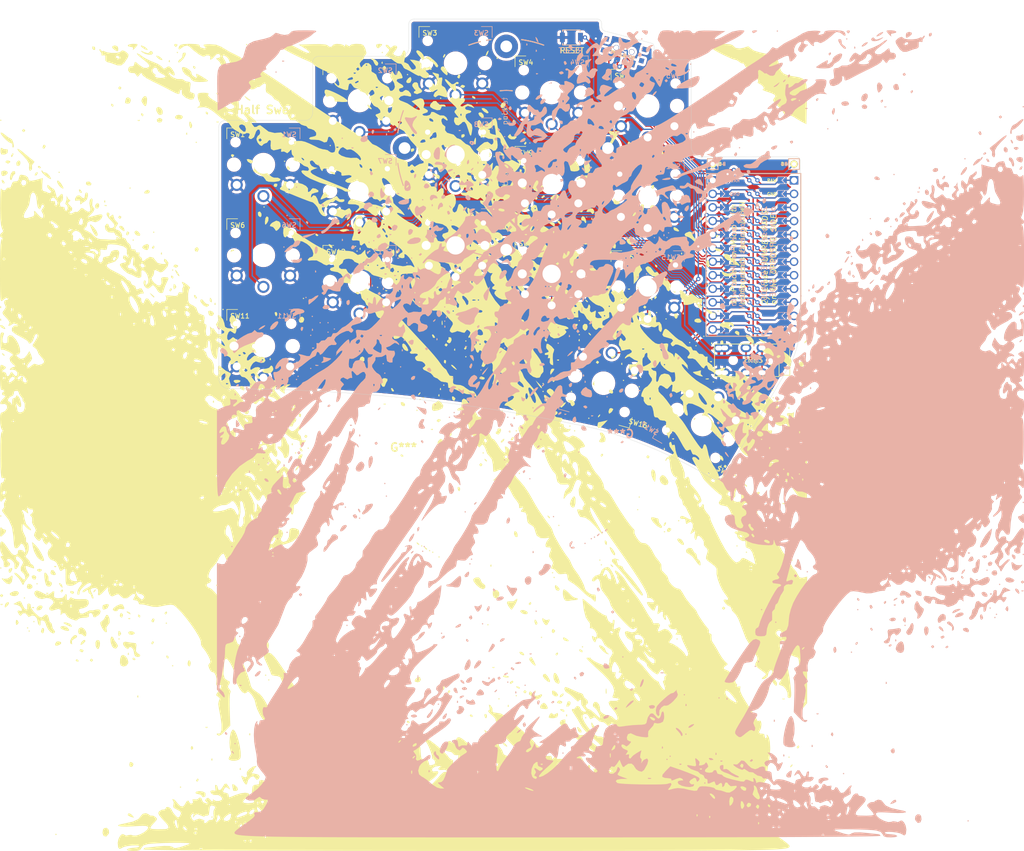
<source format=kicad_pcb>
(kicad_pcb (version 20211014) (generator pcbnew)
  (layers (0 "F.Cu" signal) (31 "B.Cu" signal) (34 "B.Paste" user) (35 "F.Paste" user) (36 "B.SilkS" user "B.Silkscreen") (37 "F.SilkS" user "F.Silkscreen") (38 "B.Mask" user) (39 "F.Mask" user) (44 "Edge.Cuts" user))
  (net 0 "")
  (net 1 "gnd")
  (net 2 "vcc")
  (net 3 "Switch18")
  (net 4 "reset")
  (net 5 "Switch1")
  (net 6 "Switch2")
  (net 7 "Switch3")
  (net 8 "Switch4")
  (net 9 "Switch5")
  (net 10 "Switch6")
  (net 11 "Switch7")
  (net 12 "Switch8")
  (net 13 "Switch9")
  (net 14 "Switch10")
  (net 15 "Switch11")
  (net 16 "Switch12")
  (net 17 "Switch13")
  (net 18 "Switch14")
  (net 19 "Switch15")
  (net 20 "Switch16")
  (net 21 "Switch17")
  (net 22 "raw")
  (net 23 "BT+_r")
  (net 24 "Net-(SW_POWERR1-Pad1)")
  (footprint "kbd:1pin_conn" (layer "F.Cu") (at 126.492 45.974)
    (fp_text reference "B+")
    (fp_text value "MountingHole_Pad" hide)
  )
  (footprint "kbd:1pin_conn" (layer "F.Cu") (at 111.252 45.974)
    (fp_text reference "B-")
    (fp_text value "MountingHole_Pad" hide)
  )
  (footprint "Kailh:TRRS-PJ-DPB2" (layer "F.Cu") (at 123.698 82.75 -90)
    (fp_text reference "J2")
    (fp_text value "AudioJack4dpb" hide)
  )
  (footprint "* duckyb-collection:SW_PG1350_rev_DPB" (layer "F.Cu") (at 27.08 46.08)
    (fp_text reference "SW1" hide)
    (fp_text value "SW_Push" hide)
  )
  (footprint "* duckyb-collection:SW_PG1350_rev_DPB" (layer "F.Cu") (at 45.08 34.08)
    (fp_text reference "SW2" hide)
    (fp_text value "SW_Push" hide)
  )
  (footprint "* duckyb-collection:SW_PG1350_rev_DPB" (layer "F.Cu") (at 63.08 27.08)
    (fp_text reference "SW3" hide)
    (fp_text value "SW_Push" hide)
  )
  (footprint "* duckyb-collection:SW_PG1350_rev_DPB" (layer "F.Cu") (at 81.08 32.58)
    (fp_text reference "SW4" hide)
    (fp_text value "SW_Push" hide)
  )
  (footprint "* duckyb-collection:SW_PG1350_rev_DPB" (layer "F.Cu") (at 99.08 35.08)
    (fp_text reference "SW5" hide)
    (fp_text value "SW_Push" hide)
  )
  (footprint "* duckyb-collection:SW_PG1350_rev_DPB" (layer "F.Cu") (at 27.08 63.08)
    (fp_text reference "SW6" hide)
    (fp_text value "SW_Push" hide)
  )
  (footprint "* duckyb-collection:SW_PG1350_rev_DPB" (layer "F.Cu") (at 45.08 51.054)
    (fp_text reference "SW7" hide)
    (fp_text value "SW_Push" hide)
  )
  (footprint "* duckyb-collection:SW_PG1350_rev_DPB" (layer "F.Cu") (at 63.08 44.196)
    (fp_text reference "SW8" hide)
    (fp_text value "SW_Push" hide)
  )
  (footprint "* duckyb-collection:SW_PG1350_rev_DPB" (layer "F.Cu") (at 81.08 49.53)
    (fp_text reference "SW9" hide)
    (fp_text value "SW_Push" hide)
  )
  (footprint "* duckyb-collection:SW_PG1350_rev_DPB" (layer "F.Cu") (at 99.06 52.07)
    (fp_text reference "SW10" hide)
    (fp_text value "SW_Push" hide)
  )
  (footprint "* duckyb-collection:SW_PG1350_rev_DPB" (layer "F.Cu") (at 27.08 80.08)
    (fp_text reference "SW11" hide)
    (fp_text value "SW_Push" hide)
  )
  (footprint "* duckyb-collection:SW_PG1350_rev_DPB" (layer "F.Cu") (at 45.08 68.072)
    (fp_text reference "SW12" hide)
    (fp_text value "SW_Push" hide)
  )
  (footprint "* duckyb-collection:SW_PG1350_rev_DPB" (layer "F.Cu") (at 63.08 61.214)
    (fp_text reference "SW13" hide)
    (fp_text value "SW_Push" hide)
  )
  (footprint "* duckyb-collection:SW_PG1350_rev_DPB" (layer "F.Cu") (at 81.08 66.548)
    (fp_text reference "SW14" hide)
    (fp_text value "SW_Push" hide)
  )
  (footprint "* duckyb-collection:SW_PG1350_rev_DPB" (layer "F.Cu") (at 99.06 69.088)
    (fp_text reference "SW15" hide)
    (fp_text value "SW_Push" hide)
  )
  (footprint "* duckyb-collection:SW_PG1350_rev_DPB" (layer "F.Cu") (at 109.356 94.78 150)
    (fp_text reference "SW17" hide)
    (fp_text value "SW_Push" hide)
  )
  (footprint "* duckyb-collection:SW_PG1350_rev_DPB" (layer "F.Cu") (at 90.796 87.03 165)
    (fp_text reference "SW16" hide)
    (fp_text value "SW_Push" hide)
  )
  (footprint "* duckyb-collection:ProMicro_jumpers_facedown" (layer "F.Cu") (at 118.872 62.992 -90)
    (fp_text reference "U1" hide)
    (fp_text value "ProMicro-kbd" hide)
  )
  (footprint "kbd:Tenting_Puck2" (layer "F.Cu") (at 72.58 42.98)
    (fp_text reference "REF**")
    (fp_text value "Tenting Puck")
  )
  (footprint "Kailh:SPDT_C128955" (layer "F.Cu") (at 94.6404 24.570573 -15.5)
    (fp_text reference "POWER SW")
    (fp_text value "SW_SPDT")
  )
  (footprint "* duckyb-collection:Tactile-Switch_SMT" (layer "F.Cu") (at 84.7852 22.2504)
    (fp_text reference "RSW2" hide)
    (fp_text value "SW_Push")
  )
  (footprint "Library:squirt" (layer "F.Cu") (at 53.34 99.06)
    (fp_text reference "G***")
    (fp_text value "LOGO" hide)
  )
  (footprint "Library:squirt" (layer "B.Cu") (at 93.98 96.52 180)
    (fp_text reference "G***")
    (fp_text value "LOGO" hide)
  )
  (gr_arc (start 106.5 26.4) (mid 107.011482 26.621386) (end 107.222045 27.137419) (layer "Edge.Cuts") (width 0.05))
  (gr_arc (start 89.409134 95.561946) (mid 100.486488 99.421597) (end 110.938 104.748) (layer "Edge.Cuts") (width 0.05))
  (gr_arc (start 109.257002 44.614917) (mid 107.844534 44.065716) (end 107.222001 42.683999) (layer "Edge.Cuts") (width 0.05))
  (gr_arc (start 113.67 104.149265) (mid 112.428995 105.01898) (end 110.938 104.748) (layer "Edge.Cuts") (width 0.05))
  (gr_arc (start 20.768 88.081119) (mid 55.288442 89.987554) (end 89.409134 95.561946) (layer "Edge.Cuts") (width 0.05))
  (gr_arc (start 20.768 88.081119) (mid 19.399387 87.590691) (end 18.730254 86.3) (layer "Edge.Cuts") (width 0.05))
  (gr_line (start 127.635 45.3) (end 127.635 62.484) (layer "Edge.Cuts") (width 0.05))
  (gr_line (start 107.222001 42.683999) (end 107.222045 27.137419) (layer "Edge.Cuts") (width 0.05))
  (gr_line (start 109.257002 44.614917) (end 126.96 44.612) (layer "Edge.Cuts") (width 0.05))
  (gr_line (start 125.888304 83.312) (end 113.67 104.149265) (layer "Edge.Cuts") (width 0.05))
  (gr_arc (start 127.635 75.98785) (mid 127.177913 79.749197) (end 125.888304 83.312) (layer "Edge.Cuts") (width 0.05))
  (gr_line (start 127.635 62.484) (end 127.647 69.85) (layer "Edge.Cuts") (width 0.05))
  (gr_line (start 127.647 69.85) (end 127.635 75.98785) (layer "Edge.Cuts") (width 0.05))
  (gr_arc (start 54.3 19.8) (mid 54.592893 19.092893) (end 55.3 18.8) (layer "Edge.Cuts") (width 0.05))
  (gr_line (start 55.3 18.8) (end 89.634315 18.8) (layer "Edge.Cuts") (width 0.05))
  (gr_arc (start 89.634315 18.8) (mid 90.2 19.034315) (end 90.434315 19.6) (layer "Edge.Cuts") (width 0.05))
  (gr_line (start 90.434315 19.6) (end 90.5 20.450001) (layer "Edge.Cuts") (width 0.05))
  (gr_arc (start 54.3 24.2) (mid 53.834903 25.327841) (end 52.71 25.8) (layer "Edge.Cuts") (width 0.05))
  (gr_line (start 54.3 24.2) (end 54.3 19.8) (layer "Edge.Cuts") (width 0.05))
  (gr_line (start 91 21.05) (end 99.868224 23.35) (layer "Edge.Cuts") (width 0.05))
  (gr_arc (start 91 21.05) (mid 90.664666 20.821117) (end 90.5 20.450001) (layer "Edge.Cuts") (width 0.05))
  (gr_arc (start 36.3 36.4) (mid 35.889949 37.389949) (end 34.9 37.8) (layer "Edge.Cuts") (width 0.05))
  (gr_arc (start 126.96 44.612) (mid 127.442592 44.813649) (end 127.635 45.3) (layer "Edge.Cuts") (width 0.05))
  (gr_line (start 20 37.790055) (end 34.9 37.8) (layer "Edge.Cuts") (width 0.05))
  (gr_arc (start 18.690055 39.11) (mid 19.070186 38.177268) (end 20 37.790055) (layer "Edge.Cuts") (width 0.05))
  (gr_line (start 18.730254 86.3) (end 18.690055 39.11) (layer "Edge.Cuts") (width 0.05))
  (gr_line (start 37.4 25.8) (end 52.71 25.8) (layer "Edge.Cuts") (width 0.05))
  (gr_line (start 100.268224 23.95) (end 100.3 25.8) (layer "Edge.Cuts") (width 0.05))
  (gr_line (start 100.9 26.4) (end 106.5 26.4) (layer "Edge.Cuts") (width 0.05))
  (gr_arc (start 100.9 26.4) (mid 100.460436 26.239573) (end 100.3 25.8) (layer "Edge.Cuts") (width 0.05))
  (gr_arc (start 99.868224 23.35) (mid 100.170767 23.581631) (end 100.268224 23.95) (layer "Edge.Cuts") (width 0.05))
  (gr_line (start 36.3 36.4) (end 36.3 26.9) (layer "Edge.Cuts") (width 0.05))
  (gr_arc (start 36.3 26.9) (mid 36.622183 26.122183) (end 37.4 25.8) (layer "Edge.Cuts") (width 0.05))
  (gr_text "RAW" (at 116.40097 49.0728) (layer "B.SilkS") (effects (font (size 0.6 0.6) (thickness 0.12)) (justify left mirror)))
  (gr_text "B-" (at 113.03 45.974) (layer "B.SilkS") (effects (font (size 0.6 0.6)) (justify mirror)))
  (gr_text "2) Close JUMPER PADS\non the OPPOSITE SIDE" (at 121.7168 53.7464 90) (layer "B.SilkS") (effects (font (size 1 1) (thickness 0.15) italic) (justify left mirror)))
  (gr_text "GND" (at 116.40097 51.6128) (layer "B.SilkS") (effects (font (size 0.6 0.6) (thickness 0.12)) (justify left mirror)))
  (gr_text "1) Place Pro-Micro with\ncomponents facing DOWN" (at 115.9764 53.7464 90) (layer "B.SilkS") (effects (font (size 1 1) (thickness 0.15) italic) (justify left mirror)))
  (gr_text "B+" (at 124.587 45.974) (layer "B.SilkS") (effects (font (size 0.6 0.6)) (justify mirror)))
  (gr_text "1) Place Pro-Micro with\ncomponents facing DOWN" (at 115.9764 72.4408 90) (layer "F.SilkS") (effects (font (size 1 1) (thickness 0.15) italic) (justify left)))
  (gr_text "Half Swept" (at 27.94 35.814) (layer "F.SilkS") (effects (font (size 1.5 1.5) (thickness 0.3))))
  (gr_text "GND" (at 121.3612 51.6128) (layer "F.SilkS") (effects (font (size 0.6 0.6) (thickness 0.12)) (justify left)))
  (gr_text "2) Close JUMPER PADS\non the OPPOSITE SIDE" (at 121.8692 72.4408 90) (layer "F.SilkS") (effects (font (size 1 1) (thickness 0.15) italic) (justify left)))
  (gr_text "TRRS" (at 118.872 82.677) (layer "F.SilkS") (effects (font (size 1 1))))
  (gr_text "RAW" (at 121.3612 49.0728) (layer "F.SilkS") (effects (font (size 0.6 0.6) (thickness 0.12)) (justify left)))
  (segment (start 114.046 53.3908) (end 115.1636 52.2732) (width 0.25) (layer "F.Cu") (net 1))
  (segment (start 118.11 56.642) (end 118.11 54.102) (width 0.25) (layer "F.Cu") (net 1))
  (segment (start 114.046 54.102) (end 114.046 53.3908) (width 0.25) (layer "F.Cu") (net 1))
  (via (at 115.1636 52.2732) (size 0.8) (drill 0.4) (layers "F.Cu" "B.Cu") (net 1))
  (via (at 109.3724 45.6692) (size 0.8) (drill 0.4) (layers "F.Cu" "B.Cu") (net 1))
  (via (at 89.3572 22.4536) (size 0.8) (drill 0.4) (layers "F.Cu" "B.Cu") (net 1))
  (segment (start 112.630511 50.146511) (end 110.661711 50.146511) (width 0.25) (layer "B.Cu") (net 1))
  (segment (start 110.127489 47.098511) (end 111.252 45.974) (width 0.25) (layer "B.Cu") (net 1))
  (segment (start 114.7572 52.2732) (end 114.046 51.562) (width 0.25) (layer "B.Cu") (net 1))
  (segment (start 110.661711 50.146511) (end 110.127489 49.612289) (width 0.25) (layer "B.Cu") (net 1))
  (segment (start 114.046 51.562) (end 112.630511 50.146511) (width 0.25) (layer "B.Cu") (net 1))
  (segment (start 115.1636 52.2732) (end 114.7572 52.2732) (width 0.25) (layer "B.Cu") (net 1))
  (segment (start 110.127489 49.612289) (end 110.127489 47.098511) (width 0.25) (layer "B.Cu") (net 1))
  (segment (start 120.498 85.05) (end 120.498 80.44) (width 0.25) (layer "F.Cu") (net 2))
  (segment (start 108.5596 57.0992) (end 108.5596 61.4172) (width 0.25) (layer "F.Cu") (net 2))
  (segment (start 106.0196 70.0024) (end 106.0704 70.0024) (width 0.25) (layer "F.Cu") (net 2))
  (segment (start 106.0704 70.0024) (end 108.5596 67.5132) (width 0.25) (layer "F.Cu") (net 2))
  (segment (start 120.498 80.44) (end 120.478 80.42) (width 0.25) (layer "F.Cu") (net 2))
  (segment (start 110.1344 55.5244) (end 108.5596 57.0992) (width 0.25) (layer "F.Cu") (net 2))
  (via (at 106.0196 70.0024) (size 0.8) (drill 0.4) (layers "F.Cu" "B.Cu") (net 2))
  (via (at 110.1344 55.5244) (size 0.8) (drill 0.4) (layers "F.Cu" "B.Cu") (net 2))
  (via (at 108.5596 67.5132) (size 0.8) (drill 0.4) (layers "F.Cu" "B.Cu") (net 2))
  (via (at 108.5596 61.4172) (size 0.8) (drill 0.4) (layers "F.Cu" "B.Cu") (net 2))
  (segment (start 108.5596 67.5132) (end 108.5596 61.4172) (width 0.25) (layer "B.Cu") (net 2))
  (segment (start 111.6584 81.8388) (end 119.0592 81.8388) (width 0.25) (layer "B.Cu") (net 2))
  (segment (start 110.141311 55.517489) (end 112.921489 55.517489) (width 0.25) (layer "B.Cu") (net 2))
  (segment (start 112.921489 55.517489) (end 114.046 56.642) (width 0.25) (layer "B.Cu") (net 2))
  (segment (start 119.0592 81.8388) (end 120.478 80.42) (width 0.25) (layer "B.Cu") (net 2))
  (segment (start 106.0196 70.0024) (end 106.0196 76.2) (width 0.25) (layer "B.Cu") (net 2))
  (segment (start 110.1344 55.5244) (end 110.141311 55.517489) (width 0.25) (layer "B.Cu") (net 2))
  (segment (start 106.0196 76.2) (end 111.6584 81.8388) (width 0.25) (layer "B.Cu") (net 2))
  (segment (start 118.11 51.562) (end 118.834511 52.286511) (width 0.25) (layer "F.Cu") (net 3))
  (segment (start 118.834511 52.286511) (end 118.834511 79.063489) (width 0.25) (layer "F.Cu") (net 3))
  (segment (start 117.498 80.44) (end 117.478 80.42) (width 0.25) (layer "F.Cu") (net 3))
  (segment (start 118.834511 79.063489) (end 117.478 80.42) (width 0.25) (layer "F.Cu") (net 3))
  (segment (start 117.498 85.05) (end 117.498 80.44) (width 0.25) (layer "F.Cu") (net 3))
  (segment (start 87.3252 22.2504) (end 86.4852 22.2504) (width 0.25) (layer "F.Cu") (net 4))
  (via (at 87.3252 22.2504) (size 0.8) (drill 0.4) (layers "F.Cu" "B.Cu") (net 4))
  (segment (start 86.4852 22.2504) (end 87.3252 22.2504) (width 0.25) (layer "B.Cu") (net 4))
  (segment (start 87.3252 22.2504) (end 88.9508 23.876) (width 0.25) (layer "B.Cu") (net 4))
  (segment (start 88.9508 33.217792) (end 93.020208 37.2872) (width 0.25) (layer "B.Cu") (net 4))
  (segment (start 88.9508 23.876) (end 88.9508 33.217792) (width 0.25) (layer "B.Cu") (net 4))
  (segment (start 96.172452 37.2872) (end 98.356852 39.4716) (width 0.25) (layer "B.Cu") (net 4))
  (segment (start 109.54488 52.03928) (end 110.3376 52.832) (width 0.25) (layer "B.Cu") (net 4))
  (segment (start 93.020208 37.2872) (end 96.172452 37.2872) (width 0.25) (layer "B.Cu") (net 4))
  (segment (start 109.54488 47.593566) (end 109.54488 52.03928) (width 0.25) (layer "B.Cu") (net 4))
  (segment (start 98.356852 39.4716) (end 101.422914 39.4716) (width 0.25) (layer "B.Cu") (net 4))
  (segment (start 101.422914 39.4716) (end 109.54488 47.593566) (width 0.25) (layer "B.Cu") (net 4))
  (segment (start 110.3376 52.832) (end 112.776 52.832) (width 0.25) (layer "B.Cu") (net 4))
  (segment (start 112.776 52.832) (end 114.046 54.102) (width 0.25) (layer "B.Cu") (net 4))
  (segment (start 108.6104 72.0344) (end 109.6772 73.1012) (width 0.25) (layer "F.Cu") (net 5))
  (segment (start 112.8268 73.1012) (end 114.046 71.882) (width 0.25) (layer "F.Cu") (net 5))
  (segment (start 109.6772 73.1012) (end 112.8268 73.1012) (width 0.25) (layer "F.Cu") (net 5))
  (via (at 108.6104 72.0344) (size 0.8) (drill 0.4) (layers "F.Cu" "B.Cu") (net 5))
  (segment (start 108.6104 71.299954) (end 104.925246 67.6148) (width 0.25) (layer "B.Cu") (net 5))
  (segment (start 60.653557 52.14856) (end 55.398597 57.40352) (width 0.25) (layer "B.Cu") (net 5))
  (segment (start 49.32728 57.40352) (end 48.321289 58.409511) (width 0.25) (layer "B.Cu") (net 5))
  (segment (start 103.2256 67.6148) (end 94.742 59.1312) (width 0.25) (layer "B.Cu") (net 5))
  (segment (start 81.9912 56.9976) (end 77.4192 56.9976) (width 0.25) (layer "B.Cu") (net 5))
  (segment (start 83.10928 55.87952) (end 81.9912 56.9976) (width 0.25) (layer "B.Cu") (net 5))
  (segment (start 72.57016 52.14856) (end 60.653557 52.14856) (width 0.25) (layer "B.Cu") (net 5))
  (segment (start 48.321289 58.409511) (end 33.509511 58.409511) (width 0.25) (layer "B.Cu") (net 5))
  (segment (start 108.6104 72.0344) (end 108.6104 71.299954) (width 0.25) (layer "B.Cu") (net 5))
  (segment (start 94.742 59.1312) (end 92.6084 59.1312) (width 0.25) (layer "B.Cu") (net 5))
  (segment (start 55.398597 57.40352) (end 49.32728 57.40352) (width 0.25) (layer "B.Cu") (net 5))
  (segment (start 92.6084 59.1312) (end 89.35672 55.87952) (width 0.25) (layer "B.Cu") (net 5))
  (segment (start 77.4192 56.9976) (end 72.57016 52.14856) (width 0.25) (layer "B.Cu") (net 5))
  (segment (start 33.509511 58.409511) (end 27.08 51.98) (width 0.25) (layer "B.Cu") (net 5))
  (segment (start 89.35672 55.87952) (end 83.10928 55.87952) (width 0.25) (layer "B.Cu") (net 5))
  (segment (start 104.925246 67.6148) (end 103.2256 67.6148) (width 0.25) (layer "B.Cu") (net 5))
  (segment (start 108.62576 60.316396) (end 109.48168 61.172316) (width 0.25) (layer "B.Cu") (net 6))
  (segment (start 108.62576 58.869314) (end 108.62576 60.316396) (width 0.25) (layer "B.Cu") (net 6))
  (segment (start 95.276118 43.5864) (end 102.994846 43.5864) (width 0.25) (layer "B.Cu") (net 6))
  (segment (start 85.69192 41.29272) (end 90.36552 45.96632) (width 0.25) (layer "B.Cu") (net 6))
  (segment (start 110.0328 64.8716) (end 110.838689 65.677489) (width 0.25) (layer "B.Cu") (net 6))
  (segment (start 110.838689 65.677489) (end 112.921489 65.677489) (width 0.25) (layer "B.Cu") (net 6))
  (segment (start 109.48168 62.177698) (end 110.0328 62.728818) (width 0.25) (layer "B.Cu") (net 6))
  (segment (start 90.36552 45.96632) (end 92.896198 45.96632) (width 0.25) (layer "B.Cu") (net 6))
  (segment (start 70.941483 34.544) (end 77.690203 41.29272) (width 0.25) (layer "B.Cu") (net 6))
  (segment (start 110.0328 62.728818) (end 110.0328 64.8716) (width 0.25) (layer "B.Cu") (net 6))
  (segment (start 102.994846 43.5864) (end 107.7468 48.338354) (width 0.25) (layer "B.Cu") (net 6))
  (segment (start 45.08 39.98) (end 51.2568 39.98) (width 0.25) (layer "B.Cu") (net 6))
  (segment (start 109.48168 61.172316) (end 109.48168 62.177698) (width 0.25) (layer "B.Cu") (net 6))
  (segment (start 51.2568 39.98) (end 56.6928 34.544) (width 0.25) (layer "B.Cu") (net 6))
  (segment (start 112.921489 65.677489) (end 114.046 66.802) (width 0.25) (layer "B.Cu") (net 6))
  (segment (start 107.7468 57.990354) (end 108.62576 58.869314) (width 0.25) (layer "B.Cu") (net 6))
  (segment (start 92.896198 45.96632) (end 95.276118 43.5864) (width 0.25) (layer "B.Cu") (net 6))
  (segment (start 56.6928 34.544) (end 70.941483 34.544) (width 0.25) (layer "B.Cu") (net 6))
  (segment (start 107.7468 48.338354) (end 107.7468 57.990354) (width 0.25) (layer "B.Cu") (net 6))
  (segment (start 77.690203 41.29272) (end 85.69192 41.29272) (width 0.25) (layer "B.Cu") (net 6))
  (segment (start 103.181044 43.13688) (end 108.19632 48.152156) (width 0.25) (layer "B.Cu") (net 7))
  (segment (start 92.71 45.5168) (end 95.089921 43.13688) (width 0.25) (layer "B.Cu") (net 7))
  (segment (start 63.08 32.98) (end 70.0132 32.98) (width 0.25) (layer "B.Cu") (net 7))
  (segment (start 95.089921 43.13688) (end 103.181044 43.13688) (width 0.25) (layer "B.Cu") (net 7))
  (segment (start 109.9312 61.9915) (end 111.077189 63.137489) (width 0.25) (layer "B.Cu") (net 7))
  (segment (start 112.921489 63.137489) (end 114.046 64.262) (width 0.25) (layer "B.Cu") (net 7))
  (segment (start 90.596601 45.5168) (end 92.71 45.5168) (width 0.25) (layer "B.Cu") (net 7))
  (segment (start 85.923001 40.8432) (end 90.596601 45.5168) (width 0.25) (layer "B.Cu") (net 7))
  (segment (start 108.19632 57.804156) (end 109.07528 58.683116) (width 0.25) (layer "B.Cu") (net 7))
  (segment (start 109.9312 60.986118) (end 109.9312 61.9915) (width 0.25) (layer "B.Cu") (net 7))
  (segment (start 70.0132 32.98) (end 77.8764 40.8432) (width 0.25) (layer "B.Cu") (net 7))
  (segment (start 108.19632 48.152156) (end 108.19632 57.804156) (width 0.25) (layer "B.Cu") (net 7))
  (segment (start 109.07528 58.683116) (end 109.07528 60.130198) (width 0.25) (layer "B.Cu") (net 7))
  (segment (start 77.8764 40.8432) (end 85.923001 40.8432) (width 0.25) (layer "B.Cu") (net 7))
  (segment (start 109.07528 60.130198) (end 109.9312 60.986118) (width 0.25) (layer "B.Cu") (net 7))
  (segment (start 111.077189 63.137489) (end 112.921489 63.137489) (width 0.25) (layer "B.Cu") (net 7))
  (segment (start 109.5248 58.496918) (end 109.5248 59.944) (width 0.25) (layer "B.Cu") (net 8))
  (segment (start 108.64584 47.965958) (end 108.64584 57.617958) (width 0.25) (layer "B.Cu") (net 8))
  (segment (start 108.64584 57.617958) (end 109.5248 58.496918) (width 0.25) (layer "B.Cu") (net 8))
  (segment (start 110.178289 60.597489) (end 112.921489 60.597489) (width 0.25) (layer "B.Cu") (net 8))
  (segment (start 109.5248 59.944) (end 110.178289 60.597489) (width 0.25) (layer "B.Cu") (net 8))
  (segment (start 103.367242 42.68736) (end 108.64584 47.965958) (width 0.25) (layer "B.Cu") (net 8))
  (segment (start 95.51936 42.68736) (end 103.367242 42.68736) (width 0.25) (layer "B.Cu") (net 8))
  (segment (start 81.08 38.48) (end 82.986 40.386) (width 0.25) (layer "B.Cu") (net 8))
  (segment (start 82.986 40.386) (end 93.218 40.386) (width 0.25) (layer "B.Cu") (net 8))
  (segment (start 93.218 40.386) (end 95.51936 42.68736) (width 0.25) (layer "B.Cu") (net 8))
  (segment (start 112.921489 60.597489) (end 114.046 61.722) (width 0.25) (layer "B.Cu") (net 8))
  (segment (start 102.2956 40.98) (end 109.09536 47.779763) (width 0.25) (layer "B.Cu") (net 9))
  (segment (start 109.728 58.0644) (end 110.7793 58.0644) (width 0.25) (layer "B.Cu") (net 9))
  (segment (start 110.7793 58.0644) (end 110.786211 58.057489) (width 0.25) (layer "B.Cu") (net 9))
  (segment (start 110.786211 58.057489) (end 112.921489 58.057489) (width 0.25) (layer "B.Cu") (net 9))
  (segment (start 109.09536 57.43176) (end 109.728 58.0644) (width 0.25) (layer "B.Cu") (net 9))
  (segment (start 99.08 40.98) (end 102.2956 40.98) (width 0.25) (layer "B.Cu") (net 9))
  (segment (start 112.921489 58.057489) (end 114.046 59.182) (width 0.25) (layer "B.Cu") (net 9))
  (segment (start 109.09536 47.779763) (end 109.09536 57.43176) (width 0.25) (layer "B.Cu") (net 9))
  (segment (start 103.970392 65.81672) (end 105.670037 65.81672) (width 0.25) (layer "B.Cu") (net 10))
  (segment (start 105.933359 66.080043) (end 109.093716 69.2404) (width 0.25) (layer "B.Cu") (net 10))
  (segment (start 109.093716 69.2404) (end 109.7633 69.2404) (width 0.25) (layer "B.Cu") (net 10))
  (segment (start 24.990979 66.890979) (end 24.990979 51.767821) (width 0.25) (layer "B.Cu") (net 10))
  (segment (start 66.9036 50.8) (end 77.9272 50.8) (width 0.25) (layer "B.Cu") (net 10))
  (segment (start 41.926209 57.844991) (end 44.3992 55.372) (width 0.25) (layer "B.Cu") (net 10))
  (segment (start 87.373843 51.353772) (end 93.353192 57.33312) (width 0.25) (layer "B.Cu") (net 10))
  (segment (start 105.670037 65.81672) (end 105.933359 66.080043) (width 0.25) (layer "B.Cu") (net 10))
  (segment (start 78.85696 51.72976) (end 83.80464 51.72976) (width 0.25) (layer "B.Cu") (net 10))
  (segment (start 110.786211 68.217489) (end 112.921489 68.217489) (width 0.25) (layer "B.Cu") (net 10))
  (segment (start 95.486792 57.33312) (end 103.970392 65.81672) (width 0.25) (layer "B.Cu") (net 10))
  (segment (start 55.026202 56.50448) (end 60.4012 51.129482) (width 0.25) (layer "B.Cu") (net 10))
  (segment (start 64.1096 48.006) (end 66.9036 50.8) (width 0.25) (layer "B.Cu") (net 10))
  (segment (start 84.443951 51.090449) (end 87.110521 51.090449) (width 0.25) (layer "B.Cu") (net 10))
  (segment (start 48.4124 55.372) (end 49.54488 56.50448) (width 0.25) (layer "B.Cu") (net 10))
  (segment (start 109.7633 69.2404) (end 110.786211 68.217489) (width 0.25) (layer "B.Cu") (net 10))
  (segment (start 61.976 48.006) (end 64.1096 48.006) (width 0.25) (layer "B.Cu") (net 10))
  (segment (start 87.110521 51.090449) (end 87.373843 51.353772) (width 0.25) (layer "B.Cu") (net 10))
  (segment (start 60.4012 49.5808) (end 61.976 48.006) (width 0.25) (layer "B.Cu") (net 10))
  (segment (start 28.2956 50.4444) (end 35.696191 57.844991) (width 0.25) (layer "B.Cu") (net 10))
  (segment (start 93.353192 57.33312) (end 95.486792 57.33312) (width 0.25) (layer "B.Cu") (net 10))
  (segment (start 83.80464 51.72976) (end 84.443951 51.090449) (width 0.25) (layer "B.Cu") (net 10))
  (segment (start 49.54488 56.50448) (end 55.026202 56.50448) (width 0.25) (layer "B.Cu") (net 10))
  (segment (start 27.08 68.98) (end 24.990979 66.890979) (width 0.25) (layer "B.Cu") (net 10))
  (segment (start 35.696191 57.844991) (end 41.926209 57.844991) (width 0.25) (layer "B.Cu") (net 10))
  (segment (start 77.9272 50.8) (end 78.85696 51.72976) (width 0.25) (layer "B.Cu") (net 10))
  (segment (start 26.3144 50.4444) (end 28.2956 50.4444) (width 0.25) (layer "B.Cu") (net 10))
  (segment (start 24.990979 51.767821) (end 26.3144 50.4444) (width 0.25) (layer "B.Cu") (net 10))
  (segment (start 44.3992 55.372) (end 48.4124 55.372) (width 0.25) (layer "B.Cu") (net 10))
  (segment (start 60.4012 51.129482) (end 60.4012 49.5808) (width 0.25) (layer "B.Cu") (net 10))
  (segment (start 112.921489 68.217489) (end 114.046 69.342) (width 0.25) (layer "B.Cu") (net 10))
  (segment (start 103.784194 66.26624) (end 105.483839 66.26624) (width 0.25) (layer "B.Cu") (net 11))
  (segment (start 86.924323 51.539969) (end 93.166994 57.78264) (width 0.25) (layer "B.Cu") (net 11))
  (segment (start 93.166994 57.78264) (end 95.300594 57.78264) (width 0.25) (layer "B.Cu") (net 11))
  (segment (start 95.300594 57.78264) (end 103.784194 66.26624) (width 0.25) (layer "B.Cu") (net 11))
  (segment (start 109.975089 70.757489) (end 112.921489 70.757489) (width 0.25) (layer "B.Cu") (net 11))
  (segment (start 112.921489 70.757489) (end 114.046 71.882) (width 0.25) (layer "B.Cu") (net 11))
  (segment (start 60.85072 49.84248) (end 62.23768 48.45552) (width 0.25) (layer "B.Cu") (net 11))
  (segment (start 48.378602 55.97392) (end 49.358683 56.954) (width 0.25) (layer "B.Cu") (net 11))
  (segment (start 46.06008 55.97392) (end 48.378602 55.97392) (width 0.25) (layer "B.Cu") (net 11))
  (segment (start 62.23768 48.45552) (end 63.923403 48.45552) (width 0.25) (layer "B.Cu") (net 11))
  (segment (start 60.85072 51.315679) (end 60.85072 49.84248) (width 0.25) (layer "B.Cu") (net 11))
  (segment (start 45.08 56.954) (end 46.06008 55.97392) (width 0.25) (layer "B.Cu") (net 11))
  (segment (start 66.717403 51.24952) (end 77.741002 51.24952) (width 0.25) (layer "B.Cu") (net 11))
  (segment (start 84.630149 51.539969) (end 86.924323 51.539969) (width 0.25) (layer "B.Cu") (net 11))
  (segment (start 78.670762 52.17928) (end 83.990838 52.17928) (width 0.25) (layer "B.Cu") (net 11))
  (segment (start 105.483839 66.26624) (end 109.975089 70.757489) (width 0.25) (layer "B.Cu") (net 11))
  (segment (start 63.923403 48.45552) (end 66.717403 51.24952) (width 0.25) (layer "B.Cu") (net 11))
  (segment (start 55.2124 56.954) (end 60.85072 51.315679) (width 0.25) (layer "B.Cu") (net 11))
  (segment (start 49.358683 56.954) (end 55.2124 56.954) (width 0.25) (layer "B.Cu") (net 11))
  (segment (start 77.741002 51.24952) (end 78.670762 52.17928) (width 0.25) (layer "B.Cu") (net 11))
  (segment (start 83.990838 52.17928) (end 84.630149 51.539969) (width 0.25) (layer "B.Cu") (net 11))
  (segment (start 84.582 54.9656) (end 89.714236 54.9656) (width 0.25) (layer "B.Cu") (net 12))
  (segment (start 109.82192 71.240039) (end 109.82192 72.53472) (width 0.25) (layer "B.Cu") (net 12))
  (segment (start 64.928165 50.096) (end 66.531206 51.69904) (width 0.25) (layer "B.Cu") (net 12))
  (segment (start 109.82192 72.53472) (end 110.4392 73.152) (width 0.25) (layer "B.Cu") (net 12))
  (segment (start 89.714236 54.9656) (end 92.980796 58.23216) (width 0.25) (layer "B.Cu") (net 12))
  (segment (start 63.08 50.096) (end 64.928165 50.096) (width 0.25) (layer "B.Cu") (net 12))
  (segment (start 103.597996 66.71576) (end 105.297641 66.71576) (width 0.25) (layer "B.Cu") (net 12))
  (segment (start 95.114396 58.23216) (end 103.597996 66.71576) (width 0.25) (layer "B.Cu") (net 12))
  (segment (start 82.2452 52.6288) (end 84.582 54.9656) (width 0.25) (layer "B.Cu") (net 12))
  (segment (start 66.531206 51.69904) (end 77.554804 51.69904) (width 0.25) (layer "B.Cu") (net 12))
  (segment (start 92.980796 58.23216) (end 95.114396 58.23216) (width 0.25) (layer "B.Cu") (net 12))
  (segment (start 112.776 73.152) (end 114.046 74.422) (width 0.25) (layer "B.Cu") (net 12))
  (segment (start 78.484565 52.6288) (end 82.2452 52.6288) (width 0.25) (layer "B.Cu") (net 12))
  (segment (start 110.4392 73.152) (end 112.776 73.152) (width 0.25) (layer "B.Cu") (net 12))
  (segment (start 105.297641 66.71576) (end 109.82192 71.240039) (width 0.25) (layer "B.Cu") (net 12))
  (segment (start 77.554804 51.69904) (end 78.484565 52.6288) (width 0.25) (layer "B.Cu") (net 12))
  (segment (start 112.776 75.692) (end 114.046 76.962) (width 0.25) (layer "B.Cu") (net 13))
  (segment (start 105.111444 67.16528) (end 109.3724 71.426236) (width 0.25) (layer "B.Cu") (net 13))
  (segment (start 110.744 75.692) (end 112.776 75.692) (width 0.25) (layer "B.Cu") (net 13))
  (segment (start 103.411798 67.16528) (end 105.111444 67.16528) (width 0.25) (layer "B.Cu") (net 13))
  (segment (start 81.08 55.43) (end 89.542918 55.43) (width 0.25) (layer "B.Cu") (net 13))
  (segment (start 89.542918 55.43) (end 92.794598 58.68168) (width 0.25) (layer "B.Cu") (net 13))
  (segment (start 109.3724 71.426236) (end 109.3724 74.3204) (width 0.25) (layer "B.Cu") (net 13))
  (segment (start 94.928198 58.68168) (end 103.411798 67.16528) (width 0.25) (layer "B.Cu") (net 13))
  (segment (start 109.3724 74.3204) (end 110.744 75.692) (width 0.25) (layer "B.Cu") (net 13))
  (segment (start 92.794598 58.68168) (end 94.928198 58.68168) (width 0.25) (layer "B.Cu") (net 13))
  (segment (start 112.921489 50.146511) (end 114.046 49.022) (width 0.25) (layer "F.Cu") (net 14))
  (segment (start 110.127489 51.060911) (end 111.041889 50.146511) (width 0.25) (layer "F.Cu") (net 14))
  (segment (start 104.1328 57.97) (end 110.127489 51.975311) (width 0.25) (layer "F.Cu") (net 14))
  (segment (start 111.041889 50.146511) (end 112.921489 50.146511) (width 0.25) (layer "F.Cu") (net 14))
  (segment (start 110.127489 51.975311) (end 110.127489 51.060911) (width 0.25) (layer "F.Cu") (net 14))
  (segment (start 99.06 57.97) (end 104.1328 57.97) (width 0.25) (layer "F.Cu") (net 14))
  (segment (start 106.257265 60.306511) (end 109.255234 63.30448) (width 0.25) (layer "F.Cu") (net 15))
  (segment (start 30.6324 74.676) (end 41.360819 63.947581) (width 0.25) (layer "F.Cu") (net 15))
  (segment (start 112.630511 60.597489) (end 114.046 59.182) (width 0.25) (layer "F.Cu") (net 15))
  (segment (start 27.08 85.0864) (end 30.6324 81.534) (width 0.25) (layer "F.Cu") (net 15))
  (segment (start 41.360819 63.947581) (end 46.719501 63.947581) (width 0.25) (layer "F.Cu") (net 15))
  (segment (start 110.0836 61.3001) (end 110.786211 60.597489) (width 0.25) (layer "F.Cu") (net 15))
  (segment (start 91.088481 60.306511) (end 106.257265 60.306511) (width 0.25) (layer "F.Cu") (net 15))
  (segment (start 109.255234 63.30448) (end 109.592602 63.30448) (width 0.25) (layer "F.Cu") (net 15))
  (segment (start 109.592602 63.30448) (end 110.0836 62.813482) (width 0.25) (layer "F.Cu") (net 15))
  (segment (start 46.719501 63.947581) (end 52.247082 58.42) (width 0.25) (layer "F.Cu") (net 15))
  (segment (start 30.6324 81.534) (end 30.6324 74.676) (width 0.25) (layer "F.Cu") (net 15))
  (segment (start 110.786211 60.597489) (end 112.630511 60.597489) (width 0.25) (layer "F.Cu") (net 15))
  (segment (start 52.247082 58.42) (end 89.20197 58.42) (width 0.25) (layer "F.Cu") (net 15))
  (segment (start 27.08 85.98) (end 27.08 85.0864) (width 0.25) (layer "F.Cu") (net 15))
  (segment (start 89.20197 58.42) (end 91.088481 60.306511) (width 0.25) (layer "F.Cu") (net 15))
  (segment (start 110.0836 62.813482) (end 110.0836 61.3001) (width 0.25) (layer "F.Cu") (net 15))
  (segment (start 112.630511 63.137489) (end 114.046 61.722) (width 0.25) (layer "F.Cu") (net 16))
  (segment (start 47.1424 71.9096) (end 47.1424 70.161021) (width 0.25) (layer "F.Cu") (net 16))
  (segment (start 52.43328 58.86952) (end 89.015773 58.86952) (width 0.25) (layer "F.Cu") (net 16))
  (segment (start 47.169021 70.161021) (end 47.169021 64.133779) (width 0.25) (layer "F.Cu") (net 16))
  (segment (start 109.7788 63.754) (end 110.395311 63.137489) (width 0.25) (layer "F.Cu") (net 16))
  (segment (start 47.1424 70.161021) (end 47.169021 70.161021) (width 0.25) (layer "F.Cu") (net 16))
  (segment (start 110.395311 63.137489) (end 112.630511 63.137489) (width 0.25) (layer "F.Cu") (net 16))
  (segment (start 47.169021 64.133779) (end 52.43328 58.86952) (width 0.25) (layer "F.Cu") (net 16))
  (segment (start 90.902284 60.756031) (end 106.071067 60.756031) (width 0.25) (layer "F.Cu") (net 16))
  (segment (start 45.08 73.972) (end 47.1424 71.9096) (width 0.25) (layer "F.Cu") (net 16))
  (segment (start 106.071067 60.756031) (end 109.069036 63.754) (width 0.25) (layer "F.Cu") (net 16))
  (segment (start 89.015773 58.86952) (end 90.902284 60.756031) (width 0.25) (layer "F.Cu") (net 16))
  (segment (start 109.069036 63.754) (end 109.7788 63.754) (width 0.25) (layer "F.Cu") (net 16))
  (segment (start 63.08 64.980992) (end 68.741952 59.31904) (width 0.25) (layer "F.Cu") (net 17))
  (segment (start 90.716086 61.205551) (end 105.884869 61.205551) (width 0.25) (layer "F.Cu") (net 17))
  (segment (start 112.8776 65.4304) (end 114.046 64.262) (width 0.25) (layer "F.Cu") (net 17))
  (segment (start 63.08 67.114) (end 63.08 64.980992) (width 0.25) (layer "F.Cu") (net 17))
  (segment (start 110.7948 65.4304) (end 112.8776 65.4304) (width 0.25) (layer "F.Cu") (net 17))
  (segment (start 88.829575 59.31904) (end 90.716086 61.205551) (width 0.25) (layer "F.Cu") (net 17))
  (segment (start 108.882839 64.20352) (end 109.56792 64.20352) (width 0.25) (layer "F.Cu") (net 17))
  (segment (start 109.56792 64.20352) (end 110.7948 65.4304) (width 0.25) (layer "F.Cu") (net 17))
  (segment (start 68.741952 59.31904) (end 88.829575 59.31904) (width 0.25) (layer "F.Cu") (net 17))
  (segment (start 105.884869 61.205551) (end 108.882839 64.20352) (width 0.25) (layer "F.Cu") (net 17))
  (segment (start 89.170129 61.655071) (end 105.698671 61.655071) (width 0.25) (layer "F.Cu") (net 18))
  (segment (start 109.381722 64.65304) (end 109.982 65.253318) (width 0.25) (layer "F.Cu") (net 18))
  (segment (start 109.982 67.1223) (end 110.9317 68.072) (width 0.25) (layer "F.Cu") (net 18))
  (segment (start 108.696642 64.65304) (end 109.381722 64.65304) (width 0.25) (layer "F.Cu") (net 18))
  (segment (start 81.08 69.7452) (end 89.170129 61.655071) (width 0.25) (layer "F.Cu") (net 18))
  (segment (start 109.982 65.253318) (end 109.982 67.1223) (width 0.25) (layer "F.Cu") (net 18))
  (segment (start 105.698671 61.655071) (end 108.696642 64.65304) (width 0.25) (layer "F.Cu") (net 18))
  (segment (start 81.08 72.448) (end 81.08 69.7452) (width 0.25) (layer "F.Cu") (net 18))
  (segment (start 112.776 68.072) (end 114.046 66.802) (width 0.25) (layer "F.Cu") (net 18))
  (segment (start 110.9317 68.072) (end 112.776 68.072) (width 0.25) (layer "F.Cu") (net 18))
  (segment (start 110.12665 71.1708) (end 110.539961 70.757489) (width 0.25) (layer "F.Cu") (net 19))
  (segment (start 99.06 74.988) (end 99.06 72.854992) (width 0.25) (layer "F.Cu") (net 19))
  (segment (start 100.744192 71.1708) (end 110.12665 71.1708) (width 0.25) (layer "F.Cu") (net 19))
  (segment (start 112.630511 70.757489) (end 114.046 69.342) (width 0.25) (layer "F.Cu") (net 19))
  (segment (start 99.06 72.854992) (end 100.744192 71.1708) (width 0.25) (layer "F.Cu") (net 19))
  (segment (start 110.539961 70.757489) (end 112.630511 70.757489) (width 0.25) (layer "F.Cu") (net 19))
  (segment (start 110.786211 75.546511) (end 112.921489 75.546511) (width 0.25) (layer "F.Cu") (net 20))
  (segment (start 112.921489 75.546511) (end 114.046 74.422) (width 0.25) (layer "F.Cu") (net 20))
  (segment (start 105.001684 81.331038) (end 110.786211 75.546511) (width 0.25) (layer "F.Cu") (net 20))
  (segment (start 92.323032 81.331038) (end 105.001684 81.331038) (width 0.25) (layer "F.Cu") (net 20))
  (segment (start 108.881929 78.086511) (end 112.921489 78.086511) (width 0.25) (layer "F.Cu") (net 21))
  (segment (start 105.41 82.77445) (end 105.41 81.55844) (width 0.25) (layer "F.Cu") (net 21))
  (segment (start 105.41 81.55844) (end 108.881929 78.086511) (width 0.25) (layer "F.Cu") (net 21))
  (segment (start 112.921489 78.086511) (end 114.046 76.962) (width 0.25) (layer "F.Cu") (net 21))
  (segment (start 112.306 89.67045) (end 105.41 82.77445) (width 0.25) (layer "F.Cu") (net 21))
  (segment (start 108.458 47.752) (end 99.568 38.862) (width 0.25) (layer "F.Cu") (net 22))
  (segment (start 114.046 47.8536) (end 113.9444 47.752) (width 0.25) (layer "F.Cu") (net 22))
  (segment (start 99.568 38.862) (end 98.7552 38.862) (width 0.25) (layer "F.Cu") (net 22))
  (segment (start 92.888235 24.998297) (end 93.611089 24.998297) (width 0.25) (layer "F.Cu") (net 22))
  (segment (start 113.9444 47.752) (end 108.458 47.752) (width 0.25) (layer "F.Cu") (net 22))
  (segment (start 95.96888 36.07568) (end 95.96888 35.735872) (width 0.25) (layer "F.Cu") (net 22))
  (segment (start 93.611089 24.998297) (end 94.174586 24.4348) (width 0.25) (layer "F.Cu") (net 22))
  (segment (start 91.80328 26.083252) (end 91.917712 25.96882) (width 0.25) (layer "F.Cu") (net 22))
  (segment (start 91.80328 31.570272) (end 91.80328 26.083252) (width 0.25) (layer "F.Cu") (net 22))
  (segment (start 95.96888 35.735872) (end 91.80328 31.570272) (width 0.25) (layer "F.Cu") (net 22))
  (segment (start 98.7552 38.862) (end 95.96888 36.07568) (width 0.25) (layer "F.Cu") (net 22))
  (segment (start 94.174586 24.4348) (end 94.8944 24.4348) (width 0.25) (layer "F.Cu") (net 22))
  (segment (start 91.917712 25.96882) (end 92.888235 24.998297) (width 0.25) (layer "F.Cu") (net 22))
  (via (at 94.8944 24.4348) (size 0.8) (drill 0.4) (layers "F.Cu" "B.Cu") (net 22))
  (via (at 114.046 47.8536) (size 0.8) (drill 0.4) (layers "F.Cu" "B.Cu") (net 22))
  (segment (start 94.8944 24.4348) (end 95.261325 24.801725) (width 0.25) (layer "B.Cu") (net 22))
  (segment (start 114.046 47.8536) (end 114.046 49.022) (width 0.25) (layer "B.Cu") (net 22))
  (segment (start 95.261325 24.801725) (end 95.261325 25.53008) (width 0.25) (layer "B.Cu") (net 22))
  (segment (start 96.254049 26.522804) (end 96.254049 27.171393) (width 0.25) (layer "B.Cu") (net 22))
  (segment (start 95.261325 25.53008) (end 96.254049 26.522804) (width 0.25) (layer "B.Cu") (net 22))
  (segment (start 98.941398 38.41248) (end 96.4184 35.889482) (width 0.25) (layer "F.Cu") (net 23))
  (segment (start 96.4184 35.549674) (end 92.2528 31.384074) (width 0.25) (layer "F.Cu") (net 23))
  (segment (start 115.2144 47.072415) (end 113.802571 47.072415) (width 0.25) (layer "F.Cu") (net 23))
  (segment (start 113.572506 47.30248) (end 108.644198 47.30248) (width 0.25) (layer "F.Cu") (net 23))
  (segment (start 99.754198 38.41248) (end 98.941398 38.41248) (width 0.25) (layer "F.Cu") (net 23))
  (segment (start 92.2528 27.480034) (end 93.363158 26.369676) (width 0.25) (layer "F.Cu") (net 23))
  (segment (start 93.363158 27.323158) (end 93.7768 27.7368) (width 0.25) (layer "F.Cu") (net 23))
  (segment (start 92.2528 31.384074) (end 92.2528 27.480034) (width 0.25) (layer "F.Cu") (net 23))
  (segment (start 108.644198 47.30248) (end 99.754198 38.41248) (width 0.25) (layer "F.Cu") (net 23))
  (segment (start 113.802571 47.072415) (end 113.572506 47.30248) (width 0.25) (layer "F.Cu") (net 23))
  (segment (start 93.363158 26.369676) (end 93.363158 27.323158) (width 0.25) (layer "F.Cu") (net 23))
  (segment (start 96.4184 35.889482) (end 96.4184 35.549674) (width 0.25) (layer "F.Cu") (net 23))
  (via (at 115.2144 47.072415) (size 0.8) (drill 0.4) (layers "F.Cu" "B.Cu") (net 23))
  (via (at 93.7768 27.7368) (size 0.8) (drill 0.4) (layers "F.Cu" "B.Cu") (net 23))
  (segment (start 115.2144 47.072415) (end 115.893985 47.752) (width 0.25) (layer "B.Cu") (net 23))
  (segment (start 124.714 47.752) (end 126.492 45.974) (width 0.25) (layer "B.Cu") (net 23))
  (segment (start 93.7768 27.7368) (end 93.842337 27.7368) (width 0.25) (layer "B.Cu") (net 23))
  (segment (start 93.842337 27.7368) (end 94.808603 26.770534) (width 0.25) (layer "B.Cu") (net 23))
  (segment (start 115.893985 47.752) (end 124.714 47.752) (width 0.25) (layer "B.Cu") (net 23))
  (segment (start 94.381056 25.2984) (end 96.254049 27.171393) (width 0.25) (layer "F.Cu") (net 24))
  (segment (start 94.3356 25.2984) (end 94.381056 25.2984) (width 0.25) (layer "F.Cu") (net 24))
  (via (at 94.3356 25.2984) (size 0.8) (drill 0.4) (layers "F.Cu" "B.Cu") (net 24))
  (segment (start 92.588132 25.2984) (end 94.3356 25.2984) (width 0.25) (layer "B.Cu") (net 24))
  (segment (start 91.917712 25.96882) (end 92.588132 25.2984) (width 0.25) (layer "B.Cu") (net 24))
  (zone (net 1) (net_name "gnd") (layers F&B.Cu) (connect_pads (clearance 0.508)) (min_thickness 0.254) (fill yes (thermal_gap 0.508) (thermal_bridge_width 0.508) (island_removal_mode 1) (island_area_min 0))
    (polygon (pts (xy 15.24 15.24) (xy 132.08 15.24) (xy 132.08 109.22) (xy 15.24 109.22)))
  )
)
</source>
